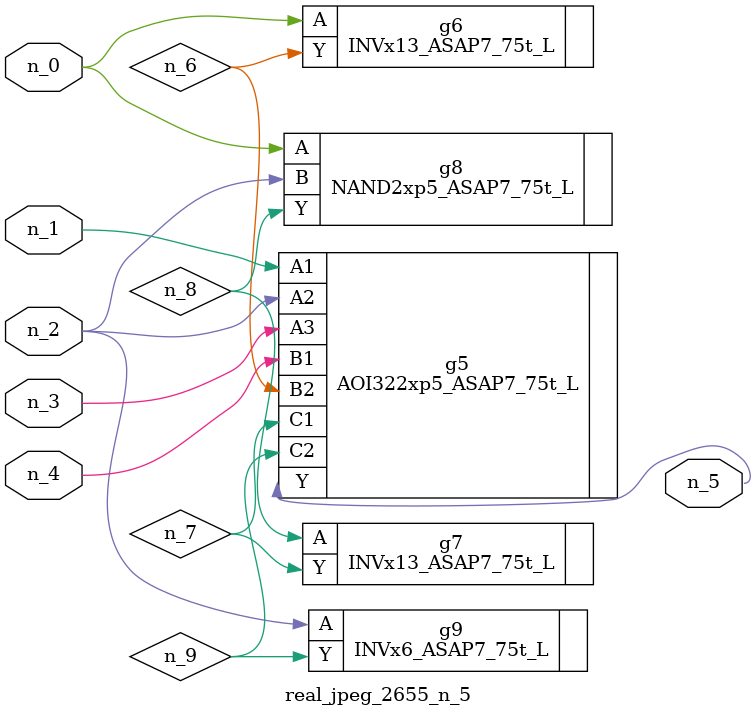
<source format=v>
module real_jpeg_2655_n_5 (n_4, n_0, n_1, n_2, n_3, n_5);

input n_4;
input n_0;
input n_1;
input n_2;
input n_3;

output n_5;

wire n_8;
wire n_6;
wire n_7;
wire n_9;

INVx13_ASAP7_75t_L g6 ( 
.A(n_0),
.Y(n_6)
);

NAND2xp5_ASAP7_75t_L g8 ( 
.A(n_0),
.B(n_2),
.Y(n_8)
);

AOI322xp5_ASAP7_75t_L g5 ( 
.A1(n_1),
.A2(n_2),
.A3(n_3),
.B1(n_4),
.B2(n_6),
.C1(n_7),
.C2(n_9),
.Y(n_5)
);

INVx6_ASAP7_75t_L g9 ( 
.A(n_2),
.Y(n_9)
);

INVx13_ASAP7_75t_L g7 ( 
.A(n_8),
.Y(n_7)
);


endmodule
</source>
